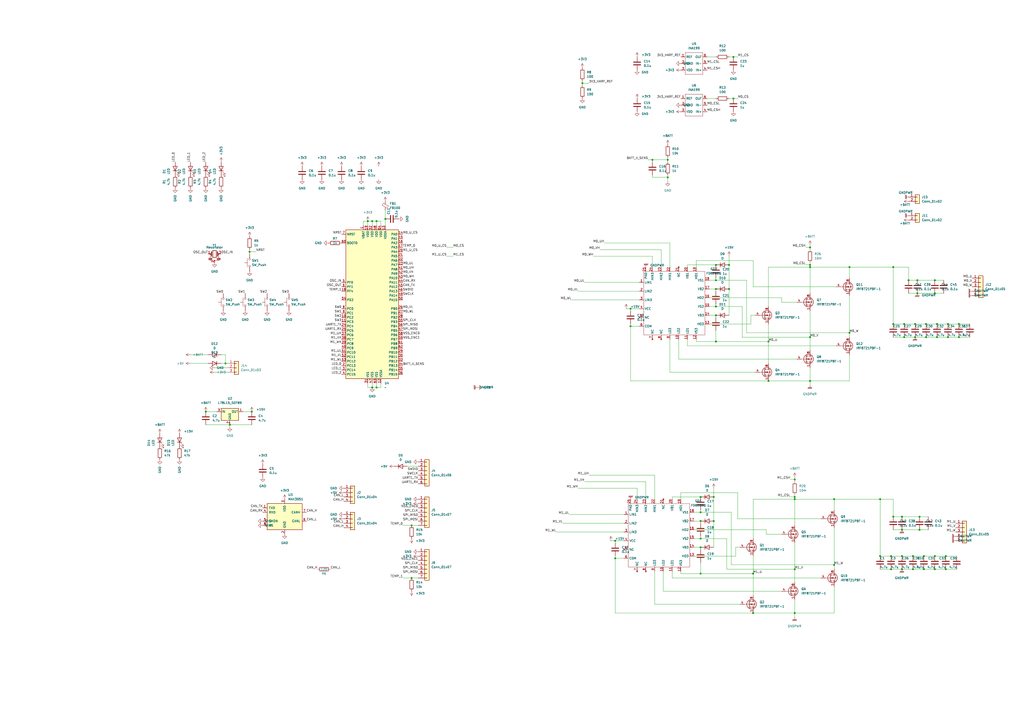
<source format=kicad_sch>
(kicad_sch (version 20211123) (generator eeschema)
  (paper "A2")
  (junction (at 510.54 322.58))
  (junction (at 365.76 179.07))
  (junction (at 542.29 322.58))
  (junction (at 238.76 335.28))
  (junction (at 523.24 299.72))
  (junction (at 337.82 48.26))
  (junction (at 387.35 102.87))
  (junction (at 119.38 238.76))
  (junction (at 215.9 224.79))
  (junction (at 532.13 170.18))
  (junction (at 516.89 330.2))
  (junction (at 542.29 330.2))
  (junction (at 387.35 92.71))
  (junction (at 542.29 162.56))
  (junction (at 238.76 304.8))
  (junction (at 518.16 299.72))
  (junction (at 415.29 167.64))
  (junction (at 406.4 312.42))
  (junction (at 537.21 187.96))
  (junction (at 530.86 187.96))
  (junction (at 518.16 154.94))
  (junction (at 436.88 332.74))
  (junction (at 461.01 289.56))
  (junction (at 130.81 210.82))
  (junction (at 218.44 224.79))
  (junction (at 469.9 220.98))
  (junction (at 223.52 127))
  (junction (at 415.29 177.8))
  (junction (at 414.02 288.29))
  (junction (at 445.77 198.12))
  (junction (at 415.29 162.56))
  (junction (at 516.89 322.58))
  (junction (at 527.05 162.56))
  (junction (at 543.56 195.58))
  (junction (at 524.51 187.96))
  (junction (at 461.01 278.13))
  (junction (at 548.64 322.58))
  (junction (at 549.91 187.96))
  (junction (at 529.59 330.2))
  (junction (at 535.94 330.2))
  (junction (at 436.88 355.6))
  (junction (at 406.4 288.29))
  (junction (at 469.9 154.94))
  (junction (at 543.56 187.96))
  (junction (at 532.13 162.56))
  (junction (at 492.76 193.04))
  (junction (at 215.9 128.27))
  (junction (at 549.91 195.58))
  (junction (at 523.24 307.34))
  (junction (at 533.4 307.34))
  (junction (at 422.91 153.67))
  (junction (at 548.64 330.2))
  (junction (at 529.59 322.58))
  (junction (at 356.87 323.85))
  (junction (at 146.05 238.76))
  (junction (at 537.21 195.58))
  (junction (at 469.9 195.58))
  (junction (at 133.35 246.38))
  (junction (at 406.4 317.5))
  (junction (at 533.4 299.72))
  (junction (at 461.01 355.6))
  (junction (at 378.46 92.71))
  (junction (at 445.77 220.98))
  (junction (at 530.86 195.58))
  (junction (at 213.36 128.27))
  (junction (at 469.9 143.51))
  (junction (at 461.01 288.29))
  (junction (at 218.44 128.27))
  (junction (at 535.94 322.58))
  (junction (at 492.76 154.94))
  (junction (at 422.91 167.64))
  (junction (at 556.26 187.96))
  (junction (at 542.29 170.18))
  (junction (at 406.4 302.26))
  (junction (at 510.54 289.56))
  (junction (at 523.24 330.2))
  (junction (at 406.4 297.18))
  (junction (at 415.29 198.12))
  (junction (at 406.4 332.74))
  (junction (at 469.9 153.67))
  (junction (at 356.87 313.69))
  (junction (at 425.45 33.02))
  (junction (at 414.02 302.26))
  (junction (at 425.45 57.15))
  (junction (at 144.78 146.05))
  (junction (at 415.29 153.67))
  (junction (at 523.24 322.58))
  (junction (at 415.29 182.88))
  (junction (at 556.26 195.58))
  (junction (at 461.01 330.2))
  (junction (at 365.76 189.23))
  (junction (at 483.87 289.56))
  (junction (at 483.87 327.66))
  (junction (at 518.16 187.96))
  (junction (at 524.51 195.58))
  (wire (pts (xy 548.64 322.58) (xy 554.99 322.58)))
  (wire (pts (xy 402.59 307.34) (xy 444.5 307.34)))
  (wire (pts (xy 518.16 187.96) (xy 524.51 187.96)))
  (wire (pts (xy 532.13 170.18) (xy 542.29 170.18)))
  (wire (pts (xy 469.9 142.24) (xy 469.9 143.51)))
  (wire (pts (xy 218.44 128.27) (xy 220.98 128.27)))
  (wire (pts (xy 492.76 220.98) (xy 492.76 205.74)))
  (wire (pts (xy 461.01 330.2) (xy 461.01 337.82)))
  (wire (pts (xy 393.7 208.28) (xy 462.28 208.28)))
  (wire (pts (xy 476.25 300.99) (xy 427.99 300.99)))
  (wire (pts (xy 133.35 246.38) (xy 133.35 247.65)))
  (wire (pts (xy 469.9 154.94) (xy 492.76 154.94)))
  (wire (pts (xy 410.21 33.02) (xy 415.29 33.02)))
  (wire (pts (xy 110.49 210.82) (xy 120.65 210.82)))
  (wire (pts (xy 421.64 312.42) (xy 421.64 330.2)))
  (wire (pts (xy 469.9 220.98) (xy 492.76 220.98)))
  (wire (pts (xy 379.73 331.47) (xy 379.73 350.52)))
  (wire (pts (xy 549.91 195.58) (xy 556.26 195.58)))
  (wire (pts (xy 411.48 187.96) (xy 435.61 187.96)))
  (wire (pts (xy 379.73 289.56) (xy 379.73 275.59)))
  (wire (pts (xy 469.9 143.51) (xy 469.9 144.78)))
  (wire (pts (xy 406.4 288.29) (xy 389.89 288.29)))
  (wire (pts (xy 411.48 162.56) (xy 415.29 162.56)))
  (wire (pts (xy 461.01 276.86) (xy 461.01 278.13)))
  (wire (pts (xy 110.49 205.74) (xy 120.65 205.74)))
  (wire (pts (xy 210.82 130.81) (xy 210.82 128.27)))
  (wire (pts (xy 436.88 151.13) (xy 403.86 151.13)))
  (wire (pts (xy 406.4 295.91) (xy 406.4 297.18)))
  (wire (pts (xy 223.52 127) (xy 223.52 130.81)))
  (wire (pts (xy 406.4 332.74) (xy 436.88 332.74)))
  (wire (pts (xy 510.54 330.2) (xy 516.89 330.2)))
  (wire (pts (xy 128.27 205.74) (xy 130.81 205.74)))
  (wire (pts (xy 144.78 146.05) (xy 148.59 146.05)))
  (wire (pts (xy 527.05 170.18) (xy 532.13 170.18)))
  (wire (pts (xy 445.77 220.98) (xy 469.9 220.98)))
  (wire (pts (xy 510.54 322.58) (xy 510.54 289.56)))
  (wire (pts (xy 370.84 168.91) (xy 335.28 168.91)))
  (wire (pts (xy 425.45 57.15) (xy 427.99 57.15)))
  (wire (pts (xy 133.35 246.38) (xy 146.05 246.38)))
  (wire (pts (xy 370.84 179.07) (xy 365.76 179.07)))
  (wire (pts (xy 427.99 300.99) (xy 427.99 285.75)))
  (wire (pts (xy 433.07 193.04) (xy 492.76 193.04)))
  (wire (pts (xy 414.02 302.26) (xy 414.02 317.5)))
  (wire (pts (xy 415.29 153.67) (xy 398.78 153.67)))
  (wire (pts (xy 461.01 287.02) (xy 461.01 288.29)))
  (wire (pts (xy 344.17 148.59) (xy 378.46 148.59)))
  (wire (pts (xy 406.4 302.26) (xy 406.4 303.53)))
  (wire (pts (xy 415.29 162.56) (xy 433.07 162.56)))
  (wire (pts (xy 140.97 238.76) (xy 146.05 238.76)))
  (wire (pts (xy 430.53 195.58) (xy 469.9 195.58)))
  (wire (pts (xy 406.4 297.18) (xy 424.18 297.18)))
  (wire (pts (xy 527.05 162.56) (xy 532.13 162.56)))
  (wire (pts (xy 387.35 91.44) (xy 387.35 92.71)))
  (wire (pts (xy 516.89 322.58) (xy 510.54 322.58)))
  (wire (pts (xy 398.78 153.67) (xy 398.78 154.94)))
  (wire (pts (xy 406.4 311.15) (xy 406.4 312.42)))
  (wire (pts (xy 119.38 238.76) (xy 125.73 238.76)))
  (wire (pts (xy 354.33 313.69) (xy 356.87 313.69)))
  (wire (pts (xy 436.88 166.37) (xy 436.88 151.13)))
  (wire (pts (xy 378.46 101.6) (xy 378.46 102.87)))
  (wire (pts (xy 469.9 153.67) (xy 469.9 154.94)))
  (wire (pts (xy 445.77 154.94) (xy 469.9 154.94)))
  (wire (pts (xy 128.27 210.82) (xy 130.81 210.82)))
  (wire (pts (xy 215.9 128.27) (xy 215.9 130.81)))
  (wire (pts (xy 518.16 195.58) (xy 524.51 195.58)))
  (wire (pts (xy 361.95 313.69) (xy 356.87 313.69)))
  (wire (pts (xy 453.39 172.72) (xy 453.39 175.26)))
  (wire (pts (xy 356.87 322.58) (xy 356.87 323.85)))
  (wire (pts (xy 406.4 326.39) (xy 406.4 332.74)))
  (wire (pts (xy 436.88 322.58) (xy 436.88 332.74)))
  (wire (pts (xy 124.46 213.36) (xy 132.08 213.36)))
  (wire (pts (xy 518.16 307.34) (xy 523.24 307.34)))
  (wire (pts (xy 356.87 313.69) (xy 356.87 314.96)))
  (wire (pts (xy 259.08 148.59) (xy 262.89 148.59)))
  (wire (pts (xy 215.9 128.27) (xy 218.44 128.27)))
  (wire (pts (xy 410.21 57.15) (xy 415.29 57.15)))
  (wire (pts (xy 411.48 177.8) (xy 415.29 177.8)))
  (wire (pts (xy 422.91 148.59) (xy 422.91 153.67)))
  (wire (pts (xy 467.36 153.67) (xy 469.9 153.67)))
  (wire (pts (xy 533.4 299.72) (xy 538.48 299.72)))
  (wire (pts (xy 445.77 187.96) (xy 445.77 198.12)))
  (wire (pts (xy 523.24 322.58) (xy 516.89 322.58)))
  (wire (pts (xy 361.95 303.53) (xy 326.39 303.53)))
  (wire (pts (xy 403.86 196.85) (xy 403.86 198.12)))
  (wire (pts (xy 403.86 151.13) (xy 403.86 154.94)))
  (wire (pts (xy 414.02 288.29) (xy 414.02 302.26)))
  (wire (pts (xy 445.77 198.12) (xy 445.77 210.82)))
  (wire (pts (xy 356.87 355.6) (xy 356.87 323.85)))
  (wire (pts (xy 542.29 162.56) (xy 547.37 162.56)))
  (wire (pts (xy 259.08 143.51) (xy 262.89 143.51)))
  (wire (pts (xy 518.16 299.72) (xy 523.24 299.72)))
  (wire (pts (xy 518.16 154.94) (xy 527.05 154.94)))
  (wire (pts (xy 415.29 191.77) (xy 415.29 198.12)))
  (wire (pts (xy 425.45 33.02) (xy 427.99 33.02)))
  (wire (pts (xy 406.4 312.42) (xy 421.64 312.42)))
  (wire (pts (xy 402.59 302.26) (xy 406.4 302.26)))
  (wire (pts (xy 337.82 48.26) (xy 337.82 49.53)))
  (wire (pts (xy 530.86 195.58) (xy 537.21 195.58)))
  (wire (pts (xy 335.28 283.21) (xy 369.57 283.21)))
  (wire (pts (xy 213.36 128.27) (xy 215.9 128.27)))
  (wire (pts (xy 406.4 317.5) (xy 406.4 318.77)))
  (wire (pts (xy 233.68 335.28) (xy 238.76 335.28)))
  (wire (pts (xy 533.4 307.34) (xy 538.48 307.34)))
  (wire (pts (xy 444.5 309.88) (xy 453.39 309.88)))
  (wire (pts (xy 518.16 154.94) (xy 518.16 187.96)))
  (wire (pts (xy 424.18 327.66) (xy 483.87 327.66)))
  (wire (pts (xy 215.9 222.25) (xy 215.9 224.79)))
  (wire (pts (xy 218.44 224.79) (xy 220.98 224.79)))
  (wire (pts (xy 461.01 355.6) (xy 461.01 358.14)))
  (wire (pts (xy 415.29 182.88) (xy 415.29 184.15)))
  (wire (pts (xy 424.18 297.18) (xy 424.18 327.66)))
  (wire (pts (xy 374.65 289.56) (xy 374.65 279.4)))
  (wire (pts (xy 492.76 154.94) (xy 518.16 154.94)))
  (wire (pts (xy 542.29 170.18) (xy 547.37 170.18)))
  (wire (pts (xy 469.9 154.94) (xy 469.9 170.18)))
  (wire (pts (xy 422.91 57.15) (xy 425.45 57.15)))
  (wire (pts (xy 518.16 289.56) (xy 510.54 289.56)))
  (wire (pts (xy 444.5 307.34) (xy 444.5 309.88)))
  (wire (pts (xy 378.46 92.71) (xy 387.35 92.71)))
  (wire (pts (xy 415.29 198.12) (xy 445.77 198.12)))
  (wire (pts (xy 543.56 195.58) (xy 549.91 195.58)))
  (wire (pts (xy 426.72 317.5) (xy 429.26 317.5)))
  (wire (pts (xy 411.48 167.64) (xy 415.29 167.64)))
  (wire (pts (xy 532.13 162.56) (xy 542.29 162.56)))
  (wire (pts (xy 213.36 222.25) (xy 213.36 224.79)))
  (wire (pts (xy 130.81 210.82) (xy 132.08 210.82)))
  (wire (pts (xy 238.76 335.28) (xy 242.57 335.28)))
  (wire (pts (xy 435.61 187.96) (xy 435.61 182.88)))
  (wire (pts (xy 124.46 215.9) (xy 132.08 215.9)))
  (wire (pts (xy 347.98 144.78) (xy 383.54 144.78)))
  (wire (pts (xy 369.57 289.56) (xy 369.57 283.21)))
  (wire (pts (xy 388.62 154.94) (xy 388.62 140.97)))
  (wire (pts (xy 388.62 215.9) (xy 438.15 215.9)))
  (wire (pts (xy 394.97 331.47) (xy 394.97 332.74)))
  (wire (pts (xy 415.29 167.64) (xy 415.29 168.91)))
  (wire (pts (xy 535.94 330.2) (xy 542.29 330.2)))
  (wire (pts (xy 414.02 283.21) (xy 414.02 288.29)))
  (wire (pts (xy 337.82 48.26) (xy 341.63 48.26)))
  (wire (pts (xy 537.21 195.58) (xy 543.56 195.58)))
  (wire (pts (xy 411.48 182.88) (xy 415.29 182.88)))
  (wire (pts (xy 421.64 330.2) (xy 461.01 330.2)))
  (wire (pts (xy 403.86 198.12) (xy 415.29 198.12)))
  (wire (pts (xy 530.86 187.96) (xy 537.21 187.96)))
  (wire (pts (xy 436.88 312.42) (xy 436.88 289.56)))
  (wire (pts (xy 529.59 322.58) (xy 535.94 322.58)))
  (wire (pts (xy 461.01 355.6) (xy 483.87 355.6)))
  (wire (pts (xy 337.82 46.99) (xy 337.82 48.26)))
  (wire (pts (xy 445.77 220.98) (xy 365.76 220.98)))
  (wire (pts (xy 375.92 92.71) (xy 378.46 92.71)))
  (wire (pts (xy 361.95 298.45) (xy 330.2 298.45)))
  (wire (pts (xy 422.91 167.64) (xy 422.91 182.88)))
  (wire (pts (xy 426.72 322.58) (xy 426.72 317.5)))
  (wire (pts (xy 469.9 213.36) (xy 469.9 220.98)))
  (wire (pts (xy 548.64 330.2) (xy 554.99 330.2)))
  (wire (pts (xy 461.01 278.13) (xy 461.01 279.4)))
  (wire (pts (xy 469.9 195.58) (xy 469.9 203.2)))
  (wire (pts (xy 223.52 121.92) (xy 223.52 127)))
  (wire (pts (xy 529.59 330.2) (xy 535.94 330.2)))
  (wire (pts (xy 388.62 196.85) (xy 388.62 215.9)))
  (wire (pts (xy 523.24 299.72) (xy 533.4 299.72)))
  (wire (pts (xy 384.81 331.47) (xy 384.81 342.9)))
  (wire (pts (xy 220.98 224.79) (xy 220.98 222.25)))
  (wire (pts (xy 483.87 306.07) (xy 483.87 327.66)))
  (wire (pts (xy 365.76 187.96) (xy 365.76 189.23)))
  (wire (pts (xy 427.99 285.75) (xy 394.97 285.75)))
  (wire (pts (xy 422.91 33.02) (xy 425.45 33.02)))
  (wire (pts (xy 461.01 347.98) (xy 461.01 355.6)))
  (wire (pts (xy 436.88 355.6) (xy 356.87 355.6)))
  (wire (pts (xy 461.01 314.96) (xy 461.01 330.2)))
  (wire (pts (xy 119.38 246.38) (xy 133.35 246.38)))
  (wire (pts (xy 529.59 322.58) (xy 523.24 322.58)))
  (wire (pts (xy 549.91 187.96) (xy 556.26 187.96)))
  (wire (pts (xy 483.87 289.56) (xy 483.87 295.91)))
  (wire (pts (xy 483.87 355.6) (xy 483.87 340.36)))
  (wire (pts (xy 389.89 288.29) (xy 389.89 289.56)))
  (wire (pts (xy 144.78 146.05) (xy 144.78 147.32)))
  (wire (pts (xy 402.59 297.18) (xy 406.4 297.18)))
  (wire (pts (xy 402.59 322.58) (xy 426.72 322.58)))
  (wire (pts (xy 469.9 152.4) (xy 469.9 153.67)))
  (wire (pts (xy 492.76 193.04) (xy 492.76 195.58)))
  (wire (pts (xy 389.89 331.47) (xy 389.89 335.28)))
  (wire (pts (xy 469.9 220.98) (xy 469.9 223.52)))
  (wire (pts (xy 527.05 154.94) (xy 527.05 162.56)))
  (wire (pts (xy 485.14 166.37) (xy 436.88 166.37)))
  (wire (pts (xy 213.36 224.79) (xy 215.9 224.79)))
  (wire (pts (xy 542.29 322.58) (xy 548.64 322.58)))
  (wire (pts (xy 363.22 179.07) (xy 365.76 179.07)))
  (wire (pts (xy 436.88 355.6) (xy 461.01 355.6)))
  (wire (pts (xy 542.29 330.2) (xy 548.64 330.2)))
  (wire (pts (xy 524.51 195.58) (xy 530.86 195.58)))
  (wire (pts (xy 210.82 128.27) (xy 213.36 128.27)))
  (wire (pts (xy 387.35 92.71) (xy 387.35 93.98)))
  (wire (pts (xy 365.76 189.23) (xy 370.84 189.23)))
  (wire (pts (xy 218.44 222.25) (xy 218.44 224.79)))
  (wire (pts (xy 365.76 220.98) (xy 365.76 189.23)))
  (wire (pts (xy 411.48 172.72) (xy 453.39 172.72)))
  (wire (pts (xy 543.56 187.96) (xy 549.91 187.96)))
  (wire (pts (xy 144.78 144.78) (xy 144.78 146.05)))
  (wire (pts (xy 387.35 102.87) (xy 387.35 101.6)))
  (wire (pts (xy 236.22 270.51) (xy 242.57 270.51)))
  (wire (pts (xy 341.63 275.59) (xy 379.73 275.59)))
  (wire (pts (xy 398.78 200.66) (xy 485.14 200.66)))
  (wire (pts (xy 523.24 307.34) (xy 533.4 307.34)))
  (wire (pts (xy 378.46 102.87) (xy 387.35 102.87)))
  (wire (pts (xy 469.9 180.34) (xy 469.9 195.58)))
  (wire (pts (xy 402.59 317.5) (xy 406.4 317.5)))
  (wire (pts (xy 379.73 350.52) (xy 429.26 350.52)))
  (wire (pts (xy 430.53 177.8) (xy 430.53 195.58)))
  (wire (pts (xy 461.01 289.56) (xy 461.01 304.8)))
  (wire (pts (xy 483.87 327.66) (xy 483.87 330.2)))
  (wire (pts (xy 433.07 162.56) (xy 433.07 193.04)))
  (wire (pts (xy 233.68 304.8) (xy 238.76 304.8)))
  (wire (pts (xy 422.91 153.67) (xy 422.91 167.64)))
  (wire (pts (xy 461.01 289.56) (xy 483.87 289.56)))
  (wire (pts (xy 387.35 102.87) (xy 387.35 105.41)))
  (wire (pts (xy 370.84 163.83) (xy 339.09 163.83)))
  (wire (pts (xy 370.84 173.99) (xy 331.47 173.99)))
  (wire (pts (xy 492.76 171.45) (xy 492.76 193.04)))
  (wire (pts (xy 213.36 128.27) (xy 213.36 130.81)))
  (wire (pts (xy 556.26 195.58) (xy 562.61 195.58)))
  (wire (pts (xy 524.51 187.96) (xy 530.86 187.96)))
  (wire (pts (xy 467.36 143.51) (xy 469.9 143.51)))
  (wire (pts (xy 378.46 93.98) (xy 378.46 92.71)))
  (wire (pts (xy 389.89 335.28) (xy 476.25 335.28)))
  (wire (pts (xy 365.76 179.07) (xy 365.76 180.34)))
  (wire (pts (xy 535.94 322.58) (xy 542.29 322.58)))
  (wire (pts (xy 435.61 182.88) (xy 438.15 182.88)))
  (wire (pts (xy 218.44 128.27) (xy 218.44 130.81)))
  (wire (pts (xy 415.29 177.8) (xy 430.53 177.8)))
  (wire (pts (xy 356.87 323.85) (xy 361.95 323.85)))
  (wire (pts (xy 394.97 285.75) (xy 394.97 289.56)))
  (wire (pts (xy 220.98 128.27) (xy 220.98 130.81)))
  (wire (pts (xy 350.52 140.97) (xy 388.62 140.97)))
  (wire (pts (xy 215.9 224.79) (xy 218.44 224.79)))
  (wire (pts (xy 461.01 288.29) (xy 461.01 289.56)))
  (wire (pts (xy 415.29 176.53) (xy 415.29 177.8)))
  (wire (pts (xy 537.21 187.96) (xy 543.56 187.96)))
  (wire (pts (xy 518.16 299.72) (xy 518.16 289.56)))
  (wire (pts (xy 339.09 279.4) (xy 374.65 279.4)))
  (wire (pts (xy 436.88 332.74) (xy 436.88 345.44)))
  (wire (pts (xy 453.39 175.26) (xy 462.28 175.26)))
  (wire (pts (xy 394.97 332.74) (xy 406.4 332.74)))
  (wire (pts (xy 361.95 308.61) (xy 322.58 308.61)))
  (wire (pts (xy 458.47 278.13) (xy 461.01 278.13)))
  (wire (pts (xy 516.89 330.2) (xy 523.24 330.2)))
  (wire (pts (xy 378.46 154.94) (xy 378.46 148.59)))
  (wire (pts (xy 445.77 177.8) (xy 445.77 154.94)))
  (wire (pts (xy 130.81 205.74) (xy 130.81 210.82)))
  (wire (pts (xy 402.59 312.42) (xy 406.4 312.42)))
  (wire (pts (xy 393.7 196.85) (xy 393.7 208.28)))
  (wire (pts (xy 436.88 289.56) (xy 461.01 289.56)))
  (wire (pts (xy 384.81 342.9) (xy 453.39 342.9)))
  (wire (pts (xy 415.29 161.29) (xy 415.29 162.56)))
  (wire (pts (xy 523.24 330.2) (xy 529.59 330.2)))
  (wire (pts (xy 238.76 304.8) (xy 242.57 304.8)))
  (wire (pts (xy 398.78 196.85) (xy 398.78 200.66)))
  (wire (pts (xy 458.47 288.29) (xy 461.01 288.29)))
  (wire (pts (xy 556.26 187.96) (xy 562.61 187.96)))
  (wire (pts (xy 383.54 154.94) (xy 383.54 144.78)))
  (wire (pts (xy 492.76 154.94) (xy 492.76 161.29)))
  (wire (pts (xy 483.87 289.56) (xy 510.54 289.56)))
  (label "M1_UH" (at 341.63 275.59 180))
  (label "3V3_HARF_REF" (at 394.97 33.02 180))
  (label "M1_W" (at 483.87 327.66 0))
  (label "SWCLK" (at 242.57 275.59 180))
  (label "NSS_ENC0" (at 233.68 194.31 0))
  (label "SW2" (at 198.12 184.15 180))
  (label "SWDIO" (at 233.68 168.91 0))
  (label "M0_VL" (at 335.28 168.91 180))
  (label "LED_2" (at 119.38 93.98 90))
  (label "M0_WL" (at 233.68 181.61 0))
  (label "CAN_TX" (at 233.68 166.37 0))
  (label "M1_U" (at 436.88 332.74 0))
  (label "SPI_MOSI" (at 242.57 332.74 180))
  (label "SWDIO" (at 242.57 273.05 180))
  (label "M0_CSH" (at 467.36 143.51 180))
  (label "NSS_ENC1" (at 233.68 196.85 0))
  (label "M1_V" (at 461.01 330.2 0))
  (label "3V3_HARF_REF" (at 394.97 57.15 180))
  (label "OSC_OUT" (at 198.12 166.37 180))
  (label "M0_WH" (at 233.68 161.29 0))
  (label "BATT_V_SENS" (at 375.92 92.71 180))
  (label "3V3_HARF_REF" (at 341.63 48.26 0))
  (label "M0_UL" (at 339.09 163.83 180))
  (label "M0_WL" (at 331.47 173.99 180))
  (label "SW1" (at 198.12 181.61 180))
  (label "M0_W" (at 563.88 166.37 180))
  (label "CAN_L" (at 177.8 302.26 0))
  (label "SW3" (at 167.64 170.18 180))
  (label "M0_UH" (at 350.52 140.97 180))
  (label "LED_2" (at 198.12 217.17 180))
  (label "CAN_L" (at 191.77 330.2 0))
  (label "SPI_MISO" (at 233.68 189.23 0))
  (label "SW1" (at 142.24 170.18 180))
  (label "NRST" (at 148.59 146.05 0))
  (label "OSC_IN" (at 128.27 147.32 0))
  (label "M0_UL" (at 233.68 153.67 0))
  (label "M1_WL" (at 198.12 209.55 180))
  (label "M0_V" (at 563.88 163.83 180))
  (label "M0_CSL" (at 410.21 60.96 0))
  (label "M0_CSL" (at 467.36 153.67 180))
  (label "M0_U_CS" (at 259.08 143.51 180))
  (label "M0_U" (at 445.77 198.12 0))
  (label "M0_U" (at 563.88 161.29 180))
  (label "M1_VH" (at 198.12 196.85 180))
  (label "OSC_IN" (at 198.12 163.83 180))
  (label "M1_CSH" (at 410.21 40.64 0))
  (label "M1_VL" (at 198.12 207.01 180))
  (label "CAN_H" (at 199.39 290.83 180))
  (label "M0_UH" (at 233.68 156.21 0))
  (label "M0_VH" (at 233.68 158.75 0))
  (label "M1_U" (at 554.355 303.53 180))
  (label "CAN_H" (at 177.8 297.18 0))
  (label "M1_V" (at 554.355 306.07 180))
  (label "CAN_RX" (at 233.68 163.83 0))
  (label "TEMP_1" (at 198.12 168.91 180))
  (label "M0_VL" (at 233.68 179.07 0))
  (label "SPI_CLK" (at 242.57 297.18 180))
  (label "M0_W" (at 492.76 193.04 0))
  (label "M1_UL" (at 198.12 204.47 180))
  (label "UART1_RX" (at 198.12 191.77 180))
  (label "NRST" (at 198.12 135.89 180))
  (label "M0_VH" (at 347.98 144.78 180))
  (label "UART1_TX" (at 242.57 278.13 180))
  (label "LED_0" (at 101.6 93.98 90))
  (label "M0_WH" (at 344.17 148.59 180))
  (label "M1_UL" (at 330.2 298.45 180))
  (label "M1_VH" (at 339.09 279.4 180))
  (label "M1_W" (at 554.355 308.61 180))
  (label "CAN_L" (at 199.39 288.29 180))
  (label "SWCLK" (at 233.68 171.45 0))
  (label "NSS_ENC1" (at 242.57 325.12 180))
  (label "M1_CSL" (at 410.21 36.83 0))
  (label "OSC_OUT" (at 120.65 147.32 180))
  (label "LED_1" (at 198.12 214.63 180))
  (label "M0_CS" (at 427.99 57.15 0))
  (label "CAN_RX" (at 152.4 297.18 180))
  (label "SPI_MOSI" (at 233.68 191.77 0))
  (label "M1_CSH" (at 458.47 278.13 180))
  (label "SPI_MOSI" (at 242.57 302.26 180))
  (label "SPI_CLK" (at 242.57 327.66 180))
  (label "M1_WL" (at 322.58 308.61 180))
  (label "M0_CSH" (at 410.21 64.77 0))
  (label "NSS_ENC0" (at 242.57 294.64 180))
  (label "M1_CSL" (at 458.47 288.29 180))
  (label "SPI_MISO" (at 242.57 330.2 180))
  (label "M1_U_CS" (at 259.08 148.59 180))
  (label "UART1_TX" (at 198.12 189.23 180))
  (label "TEMP_0" (at 233.68 143.51 0))
  (label "M1_CS" (at 427.99 33.02 0))
  (label "TEMP_1" (at 233.68 335.28 180))
  (label "M0_U_CS" (at 233.68 135.89 0))
  (label "M1_WH" (at 198.12 199.39 180))
  (label "CAN_H" (at 184.15 330.2 180))
  (label "SW0" (at 198.12 179.07 180))
  (label "SW2" (at 154.94 170.18 180))
  (label "M1_U_CS" (at 233.68 146.05 0))
  (label "M1_VL" (at 326.39 303.53 180))
  (label "LED_0" (at 198.12 212.09 180))
  (label "UART1_RX" (at 242.57 280.67 180))
  (label "SW3" (at 198.12 186.69 180))
  (label "SPI_CLK" (at 233.68 186.69 0))
  (label "CAN_TX" (at 152.4 294.64 180))
  (label "CAN_H" (at 199.39 306.07 180))
  (label "BATT_V_SENS" (at 233.68 212.09 0))
  (label "SW0" (at 129.54 170.18 180))
  (label "SPI_MISO" (at 242.57 299.72 180))
  (label "M1_WH" (at 335.28 283.21 180))
  (label "M1_UH" (at 198.12 194.31 180))
  (label "LED_1" (at 110.49 93.98 90))
  (label "TEMP_0" (at 233.68 304.8 180))
  (label "CAN_L" (at 199.39 303.53 180))
  (label "M1_CS" (at 262.89 148.59 0))
  (label "M0_CS" (at 262.89 143.51 0))
  (label "M0_V" (at 469.9 195.58 0))
  (symbol (lib_id "power:GNDPWR") (at 532.13 170.18 0) (unit 1)
    (property "Reference" "#PWR076" (effects hide))
    (property "Value" "GNDPWR" (at 534.67 171.2467 0) (effects (justify left)))
  )
  (symbol (lib_id "Transistor_FET:IRF8721PBF-1") (at 458.47 342.9 0) (unit 1)
    (property "Reference" "Q6" (at 464.82 341.6299 0) (effects (justify left)))
    (property "Value" "IRF8721PBF-1" (at 464.82 344.1699 0) (effects (justify left)))
    (property "Footprint" "Package_TO_SOT_SMD:LFPAK56" (effects hide))
    (property "Datasheet" "http://www.irf.com/product-info/datasheets/data/irf8721pbf-1.pdf" (effects hide))
  )
  (symbol (lib_id "Device:C") (at 198.12 100.33 180) (unit 1)
    (property "Reference" "C8" (at 201.93 99.0599 0) (effects (justify right)))
    (property "Value" "0.1u" (at 201.93 101.5999 0) (effects (justify right)))
    (property "Footprint" "Capacitor_SMD:C_0402_1005Metric" (effects hide))
  )
  (symbol (lib_id "Device:D") (at 419.1 167.64 0) (unit 1)
    (property "Reference" "D10" (at 419.1 161.29 0))
    (property "Value" "D" (at 419.1 163.83 0))
    (property "Footprint" "Diode_SMD:D_0603_1608Metric" (effects hide))
  )
  (symbol (lib_id "power:+5V") (at 199.39 300.99 90) (unit 1)
    (property "Reference" "#PWR031" (effects hide))
    (property "Value" "+5V" (at 195.58 300.9899 90) (effects (justify left)))
  )
  (symbol (lib_id "Device:C") (at 518.16 303.53 180) (unit 1)
    (property "Reference" "C40" (at 521.97 302.2599 0) (effects (justify right)))
    (property "Value" "0.1u" (at 521.97 304.7999 0) (effects (justify right)))
    (property "Footprint" "Capacitor_SMD:C_0603_1608Metric" (effects hide))
  )
  (symbol (lib_id "power:+3.3V") (at 219.71 96.52 0) (unit 1)
    (property "Reference" "#PWR036" (effects hide))
    (property "Value" "+3.3V" (at 219.71 91.44 0))
  )
  (symbol (lib_id "Device:D") (at 419.1 182.88 0) (unit 1)
    (property "Reference" "D11" (at 419.1 176.53 0))
    (property "Value" "D" (at 419.1 179.07 0))
    (property "Footprint" "Diode_SMD:D_0603_1608Metric" (effects hide))
  )
  (symbol (lib_id "Device:C") (at 415.29 172.72 180) (unit 1)
    (property "Reference" "C21" (at 419.1 171.4499 0) (effects (justify right)))
    (property "Value" "1u" (at 419.1 173.9899 0) (effects (justify right)))
    (property "Footprint" "Capacitor_SMD:C_0603_1608Metric" (effects hide))
  )
  (symbol (lib_id "power:+BATT") (at 92.71 251.46 0) (unit 1)
    (property "Reference" "#PWR077" (effects hide))
    (property "Value" "+BATT" (at 92.71 246.38 0))
  )
  (symbol (lib_id "Device:C") (at 516.89 326.39 0) (unit 1)
    (property "Reference" "C3" (at 516.89 323.85 0) (effects (justify left)))
    (property "Value" "4.7u" (at 516.89 328.93 0) (effects (justify left)))
    (property "Footprint" "Capacitor_SMD:C_1206_3216Metric" (effects hide))
  )
  (symbol (lib_id "Device:C") (at 425.45 60.96 180) (unit 1)
    (property "Reference" "C24" (at 429.26 59.6899 0) (effects (justify right)))
    (property "Value" "1u" (at 429.26 62.2299 0) (effects (justify right)))
    (property "Footprint" "Capacitor_SMD:C_0603_1608Metric" (effects hide))
  )
  (symbol (lib_id "power:+BATT") (at 110.49 205.74 90) (unit 1)
    (property "Reference" "#PWR09" (effects hide))
    (property "Value" "+BATT" (at 111.76 205.7399 90) (effects (justify right)))
  )
  (symbol (lib_id "Device:C") (at 175.26 100.33 180) (unit 1)
    (property "Reference" "C6" (at 179.07 99.0599 0) (effects (justify right)))
    (property "Value" "0.1u" (at 179.07 101.5999 0) (effects (justify right)))
    (property "Footprint" "Capacitor_SMD:C_0402_1005Metric" (effects hide))
  )
  (symbol (lib_id "Device:C") (at 556.26 191.77 0) (unit 1)
    (property "Reference" "C36" (at 556.26 189.23 0) (effects (justify left)))
    (property "Value" "4.7u" (at 556.26 194.31 0) (effects (justify left)))
    (property "Footprint" "Capacitor_SMD:C_1206_3216Metric" (effects hide))
  )
  (symbol (lib_id "power:GND") (at 142.24 180.34 0) (unit 1)
    (property "Reference" "#PWR080" (effects hide))
    (property "Value" "GND" (at 142.24 185.42 0))
  )
  (symbol (lib_id "Device:R") (at 238.76 339.09 0) (unit 1)
    (property "Reference" "R14" (at 241.3 337.8199 0) (effects (justify left)))
    (property "Value" "10k" (at 241.3 340.3599 0) (effects (justify left)))
    (property "Footprint" "Resistor_SMD:R_0603_1608Metric" (effects hide))
  )
  (symbol (lib_id "Device:R") (at 101.6 105.41 180) (unit 1)
    (property "Reference" "R1" (at 95.25 105.41 90))
    (property "Value" "4.7k" (at 97.79 105.41 90))
    (property "Footprint" "Resistor_SMD:R_0603_1608Metric" (effects hide))
  )
  (symbol (lib_id "Device:R") (at 419.1 33.02 270) (unit 1)
    (property "Reference" "R12" (at 419.1 26.67 90))
    (property "Value" "100" (at 419.1 29.21 90))
    (property "Footprint" "Resistor_SMD:R_0603_1608Metric" (effects hide))
  )
  (symbol (lib_id "Connector_Generic:Conn_01x05") (at 568.96 166.37 0) (unit 1)
    (property "Reference" "J12" (at 571.5 165.0999 0) (effects (justify left)))
    (property "Value" "Conn_01x05" (at 571.5 167.6399 0) (effects (justify left)))
    (property "Footprint" "user:2053380003" (effects hide))
  )
  (symbol (lib_id "power:GNDPWR") (at 276.86 224.79 270) (unit 1)
    (property "Reference" "#PWR0107" (effects hide))
    (property "Value" "GNDPWR" (at 278.13 224.6629 90) (effects (justify left)))
  )
  (symbol (lib_id "User:FD6288Q") (at 382.27 311.15 0) (unit 1)
    (property "Reference" "GD1" (at 405.13 290.6012 0))
    (property "Value" "FD6288Q" (at 405.13 293.1412 0))
    (property "Footprint" "user:QFN-24-1EP_4x4mm_P0.5mm_EP2.6x2.6mm_Thhole" (effects hide))
  )
  (symbol (lib_id "Device:R") (at 119.38 105.41 180) (unit 1)
    (property "Reference" "R3" (at 113.03 105.41 90))
    (property "Value" "4.7k" (at 115.57 105.41 90))
    (property "Footprint" "Resistor_SMD:R_0603_1608Metric" (effects hide))
  )
  (symbol (lib_id "Transistor_FET:IRF8721PBF-1") (at 467.36 175.26 0) (unit 1)
    (property "Reference" "Q7" (at 473.71 173.9899 0) (effects (justify left)))
    (property "Value" "IRF8721PBF-1" (at 473.71 176.5299 0) (effects (justify left)))
    (property "Footprint" "Package_TO_SOT_SMD:LFPAK56" (effects hide))
    (property "Datasheet" "http://www.irf.com/product-info/datasheets/data/irf8721pbf-1.pdf" (effects hide))
  )
  (symbol (lib_id "Device:C") (at 542.29 326.39 0) (mirror y) (unit 1)
    (property "Reference" "C31" (at 542.29 323.85 0) (effects (justify left)))
    (property "Value" "4.7u" (at 542.29 328.93 0) (effects (justify left)))
    (property "Footprint" "Capacitor_SMD:C_1206_3216Metric" (effects hide))
  )
  (symbol (lib_id "Device:C") (at 547.37 166.37 180) (unit 1)
    (property "Reference" "C45" (at 551.18 165.1 0) (effects (justify right)))
    (property "Value" "0.1u" (at 551.18 167.64 0) (effects (justify right)))
    (property "Footprint" "Capacitor_SMD:C_0603_1608Metric" (effects hide))
  )
  (symbol (lib_id "power:GND") (at 394.97 60.96 270) (unit 1)
    (property "Reference" "#PWR058" (effects hide))
    (property "Value" "GND" (at 396.24 60.9599 90) (effects (justify left)))
  )
  (symbol (lib_id "Device:C") (at 378.46 97.79 180) (unit 1)
    (property "Reference" "C16" (at 382.27 96.5199 0) (effects (justify right)))
    (property "Value" "0.1u" (at 382.27 99.0599 0) (effects (justify right)))
    (property "Footprint" "Capacitor_SMD:C_0402_1005Metric" (effects hide))
  )
  (symbol (lib_name "FD6288Q_1") (lib_id "User:FD6288Q") (at 391.16 176.53 0) (unit 1)
    (property "Reference" "GD2" (at 414.02 155.9812 0))
    (property "Value" "FD6288Q" (at 414.02 158.5212 0))
    (property "Footprint" "user:QFN-24-1EP_4x4mm_P0.5mm_EP2.6x2.6mm_Thhole" (effects hide))
  )
  (symbol (lib_id "Device:C") (at 365.76 184.15 180) (unit 1)
    (property "Reference" "C13" (at 369.57 182.8799 0) (effects (justify right)))
    (property "Value" "0.1u" (at 369.57 185.4199 0) (effects (justify right)))
    (property "Footprint" "Capacitor_SMD:C_0603_1608Metric" (effects hide))
  )
  (symbol (lib_id "Device:C") (at 425.45 36.83 180) (unit 1)
    (property "Reference" "C23" (at 429.26 35.5599 0) (effects (justify right)))
    (property "Value" "1u" (at 429.26 38.0999 0) (effects (justify right)))
    (property "Footprint" "Capacitor_SMD:C_0603_1608Metric" (effects hide))
  )
  (symbol (lib_id "Device:C") (at 406.4 322.58 180) (unit 1)
    (property "Reference" "C19" (at 410.21 321.3099 0) (effects (justify right)))
    (property "Value" "1u" (at 410.21 323.8499 0) (effects (justify right)))
    (property "Footprint" "Capacitor_SMD:C_0603_1608Metric" (effects hide))
  )
  (symbol (lib_id "power:+BATT") (at 527.05 127.635 90) (unit 1)
    (property "Reference" "#PWR073" (effects hide))
    (property "Value" "+BATT" (at 521.97 129.54 90) (effects (justify right)))
  )
  (symbol (lib_id "power:GND") (at 175.26 104.14 0) (unit 1)
    (property "Reference" "#PWR022" (effects hide))
    (property "Value" "GND" (at 175.26 109.22 0))
  )
  (symbol (lib_id "power:GND") (at 242.57 267.97 270) (unit 1)
    (property "Reference" "#PWR041" (effects hide))
    (property "Value" "GND" (at 238.76 267.9699 90) (effects (justify right)))
  )
  (symbol (lib_id "power:GND") (at 231.14 127 90) (unit 1)
    (property "Reference" "#PWR040" (effects hide))
    (property "Value" "GND" (at 236.22 127 0))
  )
  (symbol (lib_id "Transistor_FET:IRF8721PBF-1") (at 443.23 182.88 0) (unit 1)
    (property "Reference" "Q3" (at 449.58 181.6099 0) (effects (justify left)))
    (property "Value" "IRF8721PBF-1" (at 449.58 184.1499 0) (effects (justify left)))
    (property "Footprint" "Package_TO_SOT_SMD:LFPAK56" (effects hide))
    (property "Datasheet" "http://www.irf.com/product-info/datasheets/data/irf8721pbf-1.pdf" (effects hide))
  )
  (symbol (lib_id "power:GND") (at 276.86 224.79 90) (unit 1)
    (property "Reference" "#PWR0108" (effects hide))
    (property "Value" "GND" (at 280.67 224.7899 90) (effects (justify right)))
  )
  (symbol (lib_id "Device:C") (at 527.05 166.37 180) (unit 1)
    (property "Reference" "C41" (at 530.86 165.0999 0) (effects (justify right)))
    (property "Value" "0.1u" (at 530.86 167.6399 0) (effects (justify right)))
    (property "Footprint" "Capacitor_SMD:C_0603_1608Metric" (effects hide))
  )
  (symbol (lib_id "Device:R") (at 337.82 53.34 0) (unit 1)
    (property "Reference" "R9" (at 340.36 52.0699 0) (effects (justify left)))
    (property "Value" "100" (at 340.36 54.6099 0) (effects (justify left)))
    (property "Footprint" "Resistor_SMD:R_0603_1608Metric" (effects hide))
  )
  (symbol (lib_id "Device:R") (at 419.1 57.15 270) (unit 1)
    (property "Reference" "R13" (at 419.1 50.8 90))
    (property "Value" "100" (at 419.1 53.34 90))
    (property "Footprint" "Resistor_SMD:R_0603_1608Metric" (effects hide))
  )
  (symbol (lib_id "power:+3.3V") (at 124.46 215.9 90) (unit 1)
    (property "Reference" "#PWR074" (effects hide))
    (property "Value" "+3.3V" (at 125.73 215.8999 90) (effects (justify right)))
  )
  (symbol (lib_id "Device:C") (at 532.13 166.37 180) (unit 1)
    (property "Reference" "C39" (at 535.94 165.0999 0) (effects (justify right)))
    (property "Value" "0.1u" (at 535.94 167.6399 0) (effects (justify right)))
    (property "Footprint" "Capacitor_SMD:C_0603_1608Metric" (effects hide))
  )
  (symbol (lib_id "power:+3.3V") (at 394.97 40.64 90) (unit 1)
    (property "Reference" "#PWR057" (effects hide))
    (property "Value" "+3.3V" (at 391.16 40.6399 90) (effects (justify left)))
  )
  (symbol (lib_id "power:GNDPWR") (at 523.24 330.2 0) (unit 1)
    (property "Reference" "#PWR066" (effects hide))
    (property "Value" "GNDPWR" (at 523.113 335.28 0))
  )
  (symbol (lib_id "Device:C") (at 146.05 242.57 180) (unit 1)
    (property "Reference" "C4" (at 149.86 241.2999 0) (effects (justify right)))
    (property "Value" "4.7u" (at 149.86 243.8399 0) (effects (justify right)))
    (property "Footprint" "Capacitor_SMD:C_1206_3216Metric" (effects hide))
  )
  (symbol (lib_id "power:+3.3V") (at 144.78 137.16 0) (unit 1)
    (property "Reference" "#PWR011" (effects hide))
    (property "Value" "+3.3V" (at 144.78 132.08 0))
  )
  (symbol (lib_id "power:+3.3V") (at 223.52 116.84 0) (unit 1)
    (property "Reference" "#PWR038" (effects hide))
    (property "Value" "+3.3V" (at 223.52 111.76 0))
  )
  (symbol (lib_id "Device:D") (at 124.46 205.74 180) (unit 1)
    (property "Reference" "D12" (at 124.46 199.39 0))
    (property "Value" "D" (at 124.46 201.93 0))
    (property "Footprint" "Diode_SMD:D_0603_1608Metric" (effects hide))
  )
  (symbol (lib_id "Device:R") (at 387.35 97.79 0) (unit 1)
    (property "Reference" "R11" (at 389.89 96.5199 0) (effects (justify left)))
    (property "Value" "1k" (at 389.89 99.0599 0) (effects (justify left)))
    (property "Footprint" "Resistor_SMD:R_0603_1608Metric" (effects hide))
  )
  (symbol (lib_id "Device:C") (at 535.94 326.39 0) (mirror y) (unit 1)
    (property "Reference" "C10" (at 535.94 323.85 0) (effects (justify left)))
    (property "Value" "4.7u" (at 535.94 328.93 0) (effects (justify left)))
    (property "Footprint" "Capacitor_SMD:C_1206_3216Metric" (effects hide))
  )
  (symbol (lib_id "Device:R") (at 238.76 308.61 0) (unit 1)
    (property "Reference" "R15" (at 241.3 307.3399 0) (effects (justify left)))
    (property "Value" "10k" (at 241.3 309.8799 0) (effects (justify left)))
    (property "Footprint" "Resistor_SMD:R_0603_1608Metric" (effects hide))
  )
  (symbol (lib_id "power:+15V") (at 363.22 179.07 0) (unit 1)
    (property "Reference" "#PWR049" (effects hide))
    (property "Value" "+15V" (at 365.76 177.7999 0) (effects (justify left)))
  )
  (symbol (lib_id "Connector_Generic:Conn_01x02") (at 532.13 114.3 0) (unit 1)
    (property "Reference" "J15" (at 534.67 114.2999 0) (effects (justify left)))
    (property "Value" "Conn_01x02" (at 534.67 116.8399 0) (effects (justify left)))
    (property "Footprint" "Connector_AMASS:AMASS_XT30PW-F_1x02_P2.50mm_Horizontal" (effects hide))
  )
  (symbol (lib_id "power:+3.3V") (at 213.36 128.27 0) (unit 1)
    (property "Reference" "#PWR034" (effects hide))
    (property "Value" "+3.3V" (at 213.36 123.19 0))
  )
  (symbol (lib_id "Transistor_FET:IRF8721PBF-1") (at 434.34 317.5 0) (unit 1)
    (property "Reference" "Q1" (at 440.69 316.2299 0) (effects (justify left)))
    (property "Value" "IRF8721PBF-1" (at 440.69 318.7699 0) (effects (justify left)))
    (property "Footprint" "Package_TO_SOT_SMD:LFPAK56" (effects hide))
    (property "Datasheet" "http://www.irf.com/product-info/datasheets/data/irf8721pbf-1.pdf" (effects hide))
  )
  (symbol (lib_id "Device:C") (at 369.57 36.83 180) (unit 1)
    (property "Reference" "C14" (at 373.38 35.5599 0) (effects (justify right)))
    (property "Value" "0.1u" (at 373.38 38.0999 0) (effects (justify right)))
    (property "Footprint" "Capacitor_SMD:C_0402_1005Metric" (effects hide))
  )
  (symbol (lib_id "power:+3.3V") (at 152.4 269.24 0) (unit 1)
    (property "Reference" "#PWR015" (effects hide))
    (property "Value" "+3.3V" (at 152.4 264.16 0))
  )
  (symbol (lib_id "Device:C") (at 529.59 326.39 0) (unit 1)
    (property "Reference" "C28" (at 529.59 323.85 0) (effects (justify left)))
    (property "Value" "4.7u" (at 529.59 328.93 0) (effects (justify left)))
    (property "Footprint" "Capacitor_SMD:C_1206_3216Metric" (effects hide))
  )
  (symbol (lib_id "Device:C") (at 524.51 191.77 0) (unit 1)
    (property "Reference" "C27" (at 524.51 189.23 0) (effects (justify left)))
    (property "Value" "4.7u" (at 524.51 194.31 0) (effects (justify left)))
    (property "Footprint" "Capacitor_SMD:C_1206_3216Metric" (effects hide))
  )
  (symbol (lib_id "power:GNDPWR") (at 461.01 358.14 0) (unit 1)
    (property "Reference" "#PWR069" (effects hide))
    (property "Value" "GNDPWR" (at 460.883 363.22 0))
  )
  (symbol (lib_id "Transistor_FET:IRF8721PBF-1") (at 434.34 350.52 0) (unit 1)
    (property "Reference" "Q2" (at 440.69 349.2499 0) (effects (justify left)))
    (property "Value" "IRF8721PBF-1" (at 440.69 351.7899 0) (effects (justify left)))
    (property "Footprint" "Package_TO_SOT_SMD:LFPAK56" (effects hide))
    (property "Datasheet" "http://www.irf.com/product-info/datasheets/data/irf8721pbf-1.pdf" (effects hide))
  )
  (symbol (lib_id "Device:R") (at 469.9 148.59 0) (unit 1)
    (property "Reference" "R26" (at 472.44 147.3199 0) (effects (justify left)))
    (property "Value" "10m" (at 472.44 149.8599 0) (effects (justify left)))
    (property "Footprint" "Resistor_SMD:R_0815_2038Metric" (effects hide))
  )
  (symbol (lib_id "Device:D") (at 410.21 317.5 0) (unit 1)
    (property "Reference" "D8" (at 410.21 311.15 0))
    (property "Value" "D" (at 410.21 313.69 0))
    (property "Footprint" "Diode_SMD:D_0603_1608Metric" (effects hide))
  )
  (symbol (lib_id "Device:C") (at 227.33 127 270) (unit 1)
    (property "Reference" "C11" (at 225.425 124.46 0) (effects (justify right)))
    (property "Value" "0.1u" (at 229.87 126.365 0) (effects (justify right)))
    (property "Footprint" "Capacitor_SMD:C_0402_1005Metric" (effects hide))
  )
  (symbol (lib_id "power:GND") (at 369.57 64.77 0) (unit 1)
    (property "Reference" "#PWR053" (effects hide))
    (property "Value" "GND" (at 372.11 66.0399 0) (effects (justify left)))
  )
  (symbol (lib_id "power:+3.3V") (at 369.57 33.02 0) (unit 1)
    (property "Reference" "#PWR050" (effects hide))
    (property "Value" "+3.3V" (at 372.11 31.7499 0) (effects (justify left)))
  )
  (symbol (lib_id "power:+3.3V") (at 198.12 96.52 0) (unit 1)
    (property "Reference" "#PWR026" (effects hide))
    (property "Value" "+3.3V" (at 198.12 91.44 0))
  )
  (symbol (lib_id "power:GND") (at 101.6 109.22 0) (unit 1)
    (property "Reference" "#PWR01" (effects hide))
    (property "Value" "GND" (at 101.5999 113.03 90) (effects (justify right)))
  )
  (symbol (lib_id "power:GND") (at 129.54 180.34 0) (unit 1)
    (property "Reference" "#PWR079" (effects hide))
    (property "Value" "GND" (at 129.54 185.42 0))
  )
  (symbol (lib_id "Device:R") (at 110.49 105.41 180) (unit 1)
    (property "Reference" "R2" (at 104.14 105.41 90))
    (property "Value" "4.7k" (at 106.68 105.41 90))
    (property "Footprint" "Resistor_SMD:R_0603_1608Metric" (effects hide))
  )
  (symbol (lib_id "Switch:SW_Push") (at 154.94 175.26 90) (unit 1)
    (property "Reference" "SW4" (at 156.21 173.9899 90) (effects (justify right)))
    (property "Value" "SW_Push" (at 156.21 176.5299 90) (effects (justify right)))
    (property "Footprint" "Button_Switch_SMD:SW_Push_1P1T_NO_CK_KMR2" (effects hide))
  )
  (symbol (lib_id "power:GNDPWR") (at 527.05 114.3 270) (unit 1)
    (property "Reference" "#PWR083" (effects hide))
    (property "Value" "GNDPWR" (at 521.335 111.76 90) (effects (justify left)))
  )
  (symbol (lib_id "Switch:SW_Push") (at 129.54 175.26 90) (unit 1)
    (property "Reference" "SW2" (at 130.81 173.9899 90) (effects (justify right)))
    (property "Value" "SW_Push" (at 130.81 176.5299 90) (effects (justify right)))
    (property "Footprint" "Button_Switch_SMD:SW_Push_1P1T_NO_CK_KMR2" (effects hide))
  )
  (symbol (lib_id "power:+3.3V") (at 369.57 57.15 0) (unit 1)
    (property "Reference" "#PWR052" (effects hide))
    (property "Value" "+3.3V" (at 372.11 55.8799 0) (effects (justify left)))
  )
  (symbol (lib_id "Transistor_FET:IRF8721PBF-1") (at 490.22 200.66 0) (unit 1)
    (property "Reference" "Q12" (at 496.57 199.3899 0) (effects (justify left)))
    (property "Value" "IRF8721PBF-1" (at 496.57 201.9299 0) (effects (justify left)))
    (property "Footprint" "Package_TO_SOT_SMD:LFPAK56" (effects hide))
    (property "Datasheet" "http://www.irf.com/product-info/datasheets/data/irf8721pbf-1.pdf" (effects hide))
  )
  (symbol (lib_id "power:+3.3V") (at 242.57 292.1 90) (unit 1)
    (property "Reference" "#PWR043" (effects hide))
    (property "Value" "+3.3V" (at 238.76 292.0999 90) (effects (justify left)))
  )
  (symbol (lib_id "power:GND") (at 92.71 266.7 0) (unit 1)
    (property "Reference" "#PWR078" (effects hide))
    (property "Value" "GND" (at 92.7099 270.51 90) (effects (justify right)))
  )
  (symbol (lib_id "Device:C") (at 533.4 303.53 180) (unit 1)
    (property "Reference" "C42" (at 537.21 302.2599 0) (effects (justify right)))
    (property "Value" "0.1u" (at 537.21 304.7999 0) (effects (justify right)))
    (property "Footprint" "Capacitor_SMD:C_0603_1608Metric" (effects hide))
  )
  (symbol (lib_id "power:GNDPWR") (at 563.88 171.45 270) (unit 1)
    (property "Reference" "#PWR0104" (effects hide))
    (property "Value" "GNDPWR" (at 565.15 171.3229 90) (effects (justify left)))
  )
  (symbol (lib_id "Device:R") (at 187.96 330.2 90) (unit 1)
    (property "Reference" "R6" (at 187.96 332.74 90))
    (property "Value" "120" (at 187.96 330.2 90))
    (property "Footprint" "Resistor_SMD:R_0603_1608Metric" (effects hide))
  )
  (symbol (lib_id "Device:D") (at 410.21 302.26 0) (unit 1)
    (property "Reference" "D7" (at 410.21 295.91 0))
    (property "Value" "D" (at 410.21 298.45 0))
    (property "Footprint" "Diode_SMD:D_0603_1608Metric" (effects hide))
  )
  (symbol (lib_id "Switch:SW_Push") (at 167.64 175.26 90) (unit 1)
    (property "Reference" "SW5" (at 168.91 173.9899 90) (effects (justify right)))
    (property "Value" "SW_Push" (at 168.91 176.5299 90) (effects (justify right)))
    (property "Footprint" "Button_Switch_SMD:SW_Push_1P1T_NO_CK_KMR2" (effects hide))
  )
  (symbol (lib_id "Device:C") (at 415.29 157.48 180) (unit 1)
    (property "Reference" "C20" (at 419.1 156.2099 0) (effects (justify right)))
    (property "Value" "1u" (at 419.1 158.7499 0) (effects (justify right)))
    (property "Footprint" "Capacitor_SMD:C_0603_1608Metric" (effects hide))
  )
  (symbol (lib_id "Device:Resonator") (at 124.46 147.32 0) (unit 1)
    (property "Reference" "Y1" (at 124.46 142.24 0))
    (property "Value" "Resonator" (at 124.46 143.51 0))
    (property "Footprint" "Crystal:Resonator_SMD_Murata_CSTxExxV-3Pin_3.0x1.1mm" (effects hide))
  )
  (symbol (lib_id "power:+BATT") (at 461.01 276.86 0) (unit 1)
    (property "Reference" "#PWR068" (effects hide))
    (property "Value" "+BATT" (at 461.01 271.78 0))
  )
  (symbol (lib_id "power:GND") (at 242.57 289.56 270) (unit 1)
    (property "Reference" "#PWR042" (effects hide))
    (property "Value" "GND" (at 238.76 289.5599 90) (effects (justify right)))
  )
  (symbol (lib_id "power:GND") (at 124.46 213.36 270) (unit 1)
    (property "Reference" "#PWR014" (effects hide))
    (property "Value" "GND" (at 125.73 213.3599 90) (effects (justify left)))
  )
  (symbol (lib_id "power:GND") (at 154.94 180.34 0) (unit 1)
    (property "Reference" "#PWR081" (effects hide))
    (property "Value" "GND" (at 154.94 185.42 0))
  )
  (symbol (lib_id "power:+3.3V") (at 165.1 289.56 0) (unit 1)
    (property "Reference" "#PWR019" (effects hide))
    (property "Value" "+3.3V" (at 165.1 284.48 0))
  )
  (symbol (lib_id "power:GND") (at 144.78 157.48 0) (unit 1)
    (property "Reference" "#PWR012" (effects hide))
    (property "Value" "GND" (at 144.78 162.56 0))
  )
  (symbol (lib_id "power:+BATT") (at 527.05 116.84 90) (unit 1)
    (property "Reference" "#PWR084" (effects hide))
    (property "Value" "+BATT" (at 521.97 118.745 90) (effects (justify right)))
  )
  (symbol (lib_id "Device:C") (at 152.4 273.05 180) (unit 1)
    (property "Reference" "C5" (at 156.21 271.7799 0) (effects (justify right)))
    (property "Value" "0.1u" (at 156.21 274.3199 0) (effects (justify right)))
    (property "Footprint" "Capacitor_SMD:C_0402_1005Metric" (effects hide))
  )
  (symbol (lib_id "Device:LED") (at 92.71 255.27 90) (unit 1)
    (property "Reference" "D14" (at 86.36 256.8575 0))
    (property "Value" "LED" (at 88.9 256.8575 0))
    (property "Footprint" "LED_SMD:LED_0603_1608Metric" (effects hide))
  )
  (symbol (lib_id "power:GND") (at 124.46 152.4 0) (unit 1)
    (property "Reference" "#PWR06" (effects hide))
    (property "Value" "GND" (at 124.46 157.48 0))
  )
  (symbol (lib_id "Device:C") (at 530.86 191.77 0) (unit 1)
    (property "Reference" "C29" (at 530.86 189.23 0) (effects (justify left)))
    (property "Value" "4.7u" (at 530.86 194.31 0) (effects (justify left)))
    (property "Footprint" "Capacitor_SMD:C_1206_3216Metric" (effects hide))
  )
  (symbol (lib_id "Device:D") (at 410.21 288.29 0) (unit 1)
    (property "Reference" "D6" (at 410.21 281.94 0))
    (property "Value" "D" (at 410.21 284.48 0))
    (property "Footprint" "Diode_SMD:D_0603_1608Metric" (effects hide))
  )
  (symbol (lib_id "power:GND") (at 119.38 109.22 0) (unit 1)
    (property "Reference" "#PWR04" (effects hide))
    (property "Value" "GND" (at 119.3799 113.03 90) (effects (justify right)))
  )
  (symbol (lib_id "Device:C") (at 209.55 100.33 180) (unit 1)
    (property "Reference" "C9" (at 213.36 99.0599 0) (effects (justify right)))
    (property "Value" "0.1u" (at 213.36 101.5999 0) (effects (justify right)))
    (property "Footprint" "Capacitor_SMD:C_0402_1005Metric" (effects hide))
  )
  (symbol (lib_id "power:GNDPWR") (at 365.76 289.56 180) (unit 1)
    (property "Reference" "#PWR0101" (effects hide))
    (property "Value" "GNDPWR" (at 368.3 288.4931 0) (effects (justify right)))
  )
  (symbol (lib_id "power:+3.3V") (at 394.97 64.77 90) (unit 1)
    (property "Reference" "#PWR059" (effects hide))
    (property "Value" "+3.3V" (at 391.16 64.7699 90) (effects (justify left)))
  )
  (symbol (lib_id "power:GND") (at 337.82 57.15 0) (unit 1)
    (property "Reference" "#PWR047" (effects hide))
    (property "Value" "GND" (at 337.82 62.23 0))
  )
  (symbol (lib_id "Device:C") (at 415.29 187.96 180) (unit 1)
    (property "Reference" "C22" (at 419.1 186.6899 0) (effects (justify right)))
    (property "Value" "1u" (at 419.1 189.2299 0) (effects (justify right)))
    (property "Footprint" "Capacitor_SMD:C_0603_1608Metric" (effects hide))
  )
  (symbol (lib_id "power:+3.3V") (at 337.82 39.37 0) (unit 1)
    (property "Reference" "#PWR046" (effects hide))
    (property "Value" "+3.3V" (at 337.82 34.29 0))
  )
  (symbol (lib_id "Connector_Generic:Conn_01x06") (at 247.65 273.05 0) (unit 1)
    (property "Reference" "J4" (at 250.19 273.0499 0) (effects (justify left)))
    (property "Value" "Conn_01x06" (at 250.19 275.5899 0) (effects (justify left)))
    (property "Footprint" "user:ZH_B6B-ZR" (effects hide))
  )
  (symbol (lib_id "power:GNDPWR") (at 374.65 154.94 180) (unit 1)
    (property "Reference" "#PWR0102" (effects hide))
    (property "Value" "GNDPWR" (at 377.19 153.8731 0) (effects (justify right)))
  )
  (symbol (lib_id "power:GND") (at 104.14 266.7 0) (unit 1)
    (property "Reference" "#PWR086" (effects hide))
    (property "Value" "GND" (at 104.1399 270.51 90) (effects (justify right)))
  )
  (symbol (lib_id "power:GND") (at 209.55 104.14 0) (unit 1)
    (property "Reference" "#PWR033" (effects hide))
    (property "Value" "GND" (at 209.55 109.22 0))
  )
  (symbol (lib_id "MCU_ST_STM32F3:STM32F303RBTx") (at 215.9 176.53 0) (unit 1)
    (property "Reference" "U4" (at 222.9994 222.25 0) (effects (justify left)))
    (property "Value" "~" (at 222.9994 224.79 0) (effects (justify left)))
    (property "Footprint" "Package_QFP:LQFP-64_10x10mm_P0.5mm" (effects hide))
    (property "Datasheet" "http://www.st.com/st-web-ui/static/active/en/resource/technical/document/datasheet/DM00058181.pdf" (effects hide))
  )
  (symbol (lib_id "power:GNDPWR") (at 469.9 223.52 0) (unit 1)
    (property "Reference" "#PWR071" (effects hide))
    (property "Value" "GNDPWR" (at 469.773 228.6 0))
  )
  (symbol (lib_id "Device:R") (at 104.14 262.89 180) (unit 1)
    (property "Reference" "R17" (at 106.68 261.6199 0) (effects (justify right)))
    (property "Value" "47k" (at 106.68 264.1599 0) (effects (justify right)))
    (property "Footprint" "Resistor_SMD:R_0603_1608Metric" (effects hide))
  )
  (symbol (lib_id "power:GND") (at 167.64 180.34 0) (unit 1)
    (property "Reference" "#PWR082" (effects hide))
    (property "Value" "GND" (at 167.64 185.42 0))
  )
  (symbol (lib_id "power:GND") (at 199.39 283.21 270) (unit 1)
    (property "Reference" "#PWR028" (effects hide))
    (property "Value" "GND" (at 195.58 283.2099 90) (effects (justify right)))
  )
  (symbol (lib_id "power:GND") (at 110.49 109.22 0) (unit 1)
    (property "Reference" "#PWR02" (effects hide))
    (property "Value" "GND" (at 110.4899 113.03 90) (effects (justify right)))
  )
  (symbol (lib_id "Device:R") (at 337.82 43.18 0) (unit 1)
    (property "Reference" "R8" (at 340.36 41.9099 0) (effects (justify left)))
    (property "Value" "100" (at 340.36 44.4499 0) (effects (justify left)))
    (property "Footprint" "Resistor_SMD:R_0603_1608Metric" (effects hide))
  )
  (symbol (lib_id "power:GNDPWR") (at 554.355 313.69 270) (unit 1)
    (property "Reference" "#PWR0106" (effects hide))
    (property "Value" "GNDPWR" (at 555.625 313.5629 90) (effects (justify left)))
  )
  (symbol (lib_id "power:GNDPWR") (at 523.24 307.34 0) (unit 1)
    (property "Reference" "#PWR075" (effects hide))
    (property "Value" "GNDPWR" (at 523.113 312.42 0))
  )
  (symbol (lib_id "power:+3.3V") (at 238.76 342.9 180) (unit 1)
    (property "Reference" "#PWR062" (effects hide))
    (property "Value" "+3.3V" (at 241.0653 344.1699 0) (effects (justify right)))
  )
  (symbol (lib_id "Device:R") (at 92.71 262.89 180) (unit 1)
    (property "Reference" "R16" (at 95.25 261.6199 0) (effects (justify right)))
    (property "Value" "47k" (at 95.25 264.1599 0) (effects (justify right)))
    (property "Footprint" "Resistor_SMD:R_0603_1608Metric" (effects hide))
  )
  (symbol (lib_id "Device:C") (at 548.64 326.39 0) (mirror y) (unit 1)
    (property "Reference" "C33" (at 548.64 323.85 0) (effects (justify left)))
    (property "Value" "4.7u" (at 548.64 328.93 0) (effects (justify left)))
    (property "Footprint" "Capacitor_SMD:C_1206_3216Metric" (effects hide))
  )
  (symbol (lib_id "Connector_Generic:Conn_01x04") (at 204.47 300.99 0) (unit 1)
    (property "Reference" "J3" (at 207.01 300.9899 0) (effects (justify left)))
    (property "Value" "Conn_01x04" (at 207.01 303.5299 0) (effects (justify left)))
    (property "Footprint" "Connector_Hirose:Hirose_DF13-04P-1.25DSA_1x04_P1.25mm_Vertical" (effects hide))
  )
  (symbol (lib_id "power:+15V") (at 146.05 238.76 0) (unit 1)
    (property "Reference" "#PWR013" (effects hide))
    (property "Value" "+15V" (at 148.59 237.4899 0) (effects (justify left)))
  )
  (symbol (lib_id "Device:R") (at 461.01 283.21 0) (unit 1)
    (property "Reference" "R20" (at 463.55 281.9399 0) (effects (justify left)))
    (property "Value" "10m" (at 463.55 284.4799 0) (effects (justify left)))
    (property "Footprint" "Resistor_SMD:R_0815_2038Metric" (effects hide))
  )
  (symbol (lib_id "Connector_Generic:Conn_01x07") (at 247.65 327.66 0) (unit 1)
    (property "Reference" "J6" (at 250.19 326.3899 0) (effects (justify left)))
    (property "Value" "Conn_01x07" (at 250.19 328.9299 0) (effects (justify left)))
    (property "Footprint" "Connector_Hirose:Hirose_DF13-07P-1.25DSA_1x07_P1.25mm_Vertical" (effects hide))
  )
  (symbol (lib_id "power:GNDPWR") (at 554.355 311.15 270) (unit 1)
    (property "Reference" "#PWR0105" (effects hide))
    (property "Value" "GNDPWR" (at 555.625 311.0229 90) (effects (justify left)))
  )
  (symbol (lib_id "power:GNDPWR") (at 527.05 125.095 270) (unit 1)
    (property "Reference" "#PWR072" (effects hide))
    (property "Value" "GNDPWR" (at 521.335 122.555 90) (effects (justify left)))
  )
  (symbol (lib_id "power:+15V") (at 414.02 283.21 0) (unit 1)
    (property "Reference" "#PWR060" (effects hide))
    (property "Value" "+15V" (at 414.02 278.13 0))
  )
  (symbol (lib_id "Device:C") (at 186.69 100.33 180) (unit 1)
    (property "Reference" "C7" (at 190.5 99.0599 0) (effects (justify right)))
    (property "Value" "0.1u" (at 190.5 101.5999 0) (effects (justify right)))
    (property "Footprint" "Capacitor_SMD:C_0402_1005Metric" (effects hide))
  )
  (symbol (lib_id "Connector_Generic:Conn_01x03") (at 137.16 213.36 0) (unit 1)
    (property "Reference" "J14" (at 139.7 212.0899 0) (effects (justify left)))
    (property "Value" "Conn_01x03" (at 139.7 214.6299 0) (effects (justify left)))
    (property "Footprint" "Connector_PinHeader_2.54mm:PinHeader_1x03_P2.54mm_Horizontal" (effects hide))
  )
  (symbol (lib_id "power:GND") (at 165.1 309.88 0) (unit 1)
    (property "Reference" "#PWR020" (effects hide))
    (property "Value" "GND" (at 165.1 314.96 0))
  )
  (symbol (lib_id "Connector_Generic:Conn_01x04") (at 204.47 285.75 0) (unit 1)
    (property "Reference" "J2" (at 207.01 285.7499 0) (effects (justify left)))
    (property "Value" "Conn_01x04" (at 207.01 288.2899 0) (effects (justify left)))
    (property "Footprint" "Connector_Hirose:Hirose_DF13-04P-1.25DSA_1x04_P1.25mm_Vertical" (effects hide))
  )
  (symbol (lib_id "Device:D") (at 124.46 210.82 180) (unit 1)
    (property "Reference" "D13" (at 124.46 204.47 0))
    (property "Value" "D" (at 124.46 207.01 0))
    (property "Footprint" "Diode_SMD:D_0603_1608Metric" (effects hide))
  )
  (symbol (lib_id "power:+3.3V") (at 128.27 93.98 0) (unit 1)
    (property "Reference" "#PWR07" (effects hide))
    (property "Value" "+3.3V" (at 128.2699 90.17 90) (effects (justify left)))
  )
  (symbol (lib_id "power:GND") (at 219.71 104.14 0) (unit 1)
    (property "Reference" "#PWR037" (effects hide))
    (property "Value" "GND" (at 219.71 109.22 0))
  )
  (symbol (lib_id "power:GND") (at 186.69 104.14 0) (unit 1)
    (property "Reference" "#PWR024" (effects hide))
    (property "Value" "GND" (at 186.69 109.22 0))
  )
  (symbol (lib_id "Device:C") (at 538.48 303.53 180) (unit 1)
    (property "Reference" "C43" (at 542.29 302.2599 0) (effects (justify right)))
    (property "Value" "0.1u" (at 542.29 304.7999 0) (effects (justify right)))
    (property "Footprint" "Capacitor_SMD:C_0603_1608Metric" (effects hide))
  )
  (symbol (lib_id "Device:FerriteBead_Small") (at 223.52 119.38 0) (unit 1)
    (property "Reference" "FB1" (at 226.06 118.0718 0) (effects (justify left)))
    (property "Value" "FB100" (at 226.06 120.6118 0) (effects (justify left)))
    (property "Footprint" "Resistor_SMD:R_0603_1608Metric" (effects hide))
  )
  (symbol (lib_id "power:GND") (at 369.57 40.64 0) (unit 1)
    (property "Reference" "#PWR051" (effects hide))
    (property "Value" "GND" (at 372.11 41.9099 0) (effects (justify left)))
  )
  (symbol (lib_id "power:+BATT") (at 119.38 238.76 0) (unit 1)
    (property "Reference" "#PWR05" (effects hide))
    (property "Value" "+BATT" (at 119.38 233.68 0))
  )
  (symbol (lib_id "Device:C") (at 523.24 326.39 0) (unit 1)
    (property "Reference" "C26" (at 523.24 323.85 0) (effects (justify left)))
    (property "Value" "4.7u" (at 523.24 328.93 0) (effects (justify left)))
    (property "Footprint" "Capacitor_SMD:C_1206_3216Metric" (effects hide))
  )
  (symbol (lib_id "power:+15V") (at 422.91 148.59 0) (unit 1)
    (property "Reference" "#PWR063" (effects hide))
    (property "Value" "+15V" (at 422.91 143.51 0))
  )
  (symbol (lib_id "Device:R") (at 128.27 105.41 180) (unit 1)
    (property "Reference" "R4" (at 121.92 105.41 90))
    (property "Value" "4.7k" (at 124.46 105.41 90))
    (property "Footprint" "Resistor_SMD:R_0603_1608Metric" (effects hide))
  )
  (symbol (lib_id "power:+BATT") (at 469.9 142.24 0) (unit 1)
    (property "Reference" "#PWR070" (effects hide))
    (property "Value" "+BATT" (at 469.9 137.16 0))
  )
  (symbol (lib_id "power:GND") (at 190.5 140.97 270) (unit 1)
    (property "Reference" "#PWR025" (effects hide))
    (property "Value" "GND" (at 186.69 140.9699 90) (effects (justify right)))
  )
  (symbol (lib_id "Transistor_FET:IRF8721PBF-1") (at 467.36 208.28 0) (unit 1)
    (property "Reference" "Q8" (at 473.71 207.0099 0) (effects (justify left)))
    (property "Value" "IRF8721PBF-1" (at 473.71 209.5499 0) (effects (justify left)))
    (property "Footprint" "Package_TO_SOT_SMD:LFPAK56" (effects hide))
    (property "Datasheet" "http://www.irf.com/product-info/datasheets/data/irf8721pbf-1.pdf" (effects hide))
  )
  (symbol (lib_id "Device:C") (at 510.54 326.39 0) (unit 1)
    (property "Reference" "C1" (at 510.54 323.85 0) (effects (justify left)))
    (property "Value" "4.7u" (at 510.54 328.93 0) (effects (justify left)))
    (property "Footprint" "Capacitor_SMD:C_1206_3216Metric" (effects hide))
  )
  (symbol (lib_id "Device:C") (at 549.91 191.77 0) (unit 1)
    (property "Reference" "C34" (at 549.91 189.23 0) (effects (justify left)))
    (property "Value" "4.7u" (at 549.91 194.31 0) (effects (justify left)))
    (property "Footprint" "Capacitor_SMD:C_1206_3216Metric" (effects hide))
  )
  (symbol (lib_id "Device:C") (at 542.29 166.37 180) (unit 1)
    (property "Reference" "C44" (at 546.1 165.0999 0) (effects (justify right)))
    (property "Value" "0.1u" (at 546.1 167.6399 0) (effects (justify right)))
    (property "Footprint" "Capacitor_SMD:C_0603_1608Metric" (effects hide))
  )
  (symbol (lib_id "power:GND") (at 425.45 40.64 0) (unit 1)
    (property "Reference" "#PWR064" (effects hide))
    (property "Value" "GND" (at 425.45 45.72 0))
  )
  (symbol (lib_id "power:+15V") (at 104.14 251.46 0) (unit 1)
    (property "Reference" "#PWR085" (effects hide))
    (property "Value" "+15V" (at 106.68 250.1899 0) (effects (justify left)))
  )
  (symbol (lib_id "Switch:SW_Push") (at 142.24 175.26 90) (unit 1)
    (property "Reference" "SW3" (at 143.51 173.9899 90) (effects (justify right)))
    (property "Value" "SW_Push" (at 143.51 176.5299 90) (effects (justify right)))
    (property "Footprint" "Button_Switch_SMD:SW_Push_1P1T_NO_CK_KMR2" (effects hide))
  )
  (symbol (lib_id "power:+3.3V") (at 175.26 96.52 0) (unit 1)
    (property "Reference" "#PWR021" (effects hide))
    (property "Value" "+3.3V" (at 175.26 91.44 0))
  )
  (symbol (lib_id "User:INA199") (at 402.59 60.96 0) (unit 1)
    (property "Reference" "U6" (at 402.59 49.53 0))
    (property "Value" "INA199" (at 402.59 52.07 0))
    (property "Footprint" "Package_TO_SOT_SMD:TSOT-23-6" (effects hide))
  )
  (symbol (lib_id "power:GND") (at 199.39 298.45 270) (unit 1)
    (property "Reference" "#PWR030" (effects hide))
    (property "Value" "GND" (at 195.58 298.4499 90) (effects (justify right)))
  )
  (symbol (lib_id "Device:R") (at 194.31 140.97 90) (unit 1)
    (property "Reference" "R7" (at 194.31 138.43 90))
    (property "Value" "1k" (at 194.31 140.97 90))
    (property "Footprint" "Resistor_SMD:R_0603_1608Metric" (effects hide))
  )
  (symbol (lib_id "power:GND") (at 215.9 224.79 0) (unit 1)
    (property "Reference" "#PWR035" (effects hide))
    (property "Value" "GND" (at 215.9 229.87 0))
  )
  (symbol (lib_id "Device:C") (at 562.61 191.77 0) (mirror y) (unit 1)
    (property "Reference" "C37" (at 562.61 189.23 0) (effects (justify left)))
    (property "Value" "4.7u" (at 562.61 194.31 0) (effects (justify left)))
    (property "Footprint" "Capacitor_SMD:C_1206_3216Metric" (effects hide))
  )
  (symbol (lib_id "power:GND") (at 128.27 109.22 0) (unit 1)
    (property "Reference" "#PWR08" (effects hide))
    (property "Value" "GND" (at 128.2699 113.03 90) (effects (justify right)))
  )
  (symbol (lib_id "Regulator_Linear:L78L15_SOT89") (at 133.35 238.76 0) (unit 1)
    (property "Reference" "U2" (at 133.35 231.14 0))
    (property "Value" "L78L15_SOT89" (at 133.35 233.68 0))
    (property "Footprint" "Package_TO_SOT_SMD:SOT-89-3" (effects hide))
    (property "Datasheet" "http://www.st.com/content/ccc/resource/technical/document/datasheet/15/55/e5/aa/23/5b/43/fd/CD00000446.pdf/files/CD00000446.pdf/jcr:content/translations/en.CD00000446.pdf" (effects hide))
  )
  (symbol (lib_id "Device:R") (at 144.78 140.97 180) (unit 1)
    (property "Reference" "R5" (at 147.32 139.6999 0) (effects (justify right)))
    (property "Value" "1k" (at 147.32 142.2399 0) (effects (justify right)))
    (property "Footprint" "Resistor_SMD:R_0603_1608Metric" (effects hide))
  )
  (symbol (lib_id "Device:C") (at 537.21 191.77 0) (unit 1)
    (property "Reference" "C30" (at 537.21 189.23 0) (effects (justify left)))
    (property "Value" "4.7u" (at 537.21 194.31 0) (effects (justify left)))
    (property "Footprint" "Capacitor_SMD:C_1206_3216Metric" (effects hide))
  )
  (symbol (lib_id "power:GND") (at 394.97 36.83 270) (unit 1)
    (property "Reference" "#PWR056" (effects hide))
    (property "Value" "GND" (at 396.24 36.8299 90) (effects (justify left)))
  )
  (symbol (lib_id "power:GNDPWR") (at 530.86 195.58 0) (unit 1)
    (property "Reference" "#PWR067" (effects hide))
    (property "Value" "GNDPWR" (at 530.733 200.66 0))
  )
  (symbol (lib_id "power:+3.3V") (at 238.76 312.42 180) (unit 1)
    (property "Reference" "#PWR061" (effects hide))
    (property "Value" "+3.3V" (at 241.0653 313.6899 0) (effects (justify right)))
  )
  (symbol (lib_id "Device:C") (at 406.4 307.34 180) (unit 1)
    (property "Reference" "C18" (at 410.21 306.0699 0) (effects (justify right)))
    (property "Value" "1u" (at 410.21 308.6099 0) (effects (justify right)))
    (property "Footprint" "Capacitor_SMD:C_0603_1608Metric" (effects hide))
  )
  (symbol (lib_id "power:+5V") (at 228.6 270.51 90) (unit 1)
    (property "Reference" "#PWR039" (effects hide))
    (property "Value" "+5V" (at 224.79 270.5099 90) (effects (justify left)))
  )
  (symbol (lib_id "Device:LED") (at 110.49 97.79 90) (unit 1)
    (property "Reference" "D2" (at 104.14 99.3775 0))
    (property "Value" "LED" (at 106.68 99.3775 0))
    (property "Footprint" "LED_SMD:LED_0603_1608Metric" (effects hide))
  )
  (symbol (lib_id "Transistor_FET:IRF8721PBF-1") (at 481.33 335.28 0) (unit 1)
    (property "Reference" "Q10" (at 487.68 334.0099 0) (effects (justify left)))
    (property "Value" "IRF8721PBF-1" (at 487.68 336.5499 0) (effects (justify left)))
    (property "Footprint" "Package_TO_SOT_SMD:LFPAK56" (effects hide))
    (property "Datasheet" "http://www.irf.com/product-info/datasheets/data/irf8721pbf-1.pdf" (effects hide))
  )
  (symbol (lib_id "power:+BATT") (at 387.35 83.82 0) (unit 1)
    (property "Reference" "#PWR054" (effects hide))
    (property "Value" "+BATT" (at 387.35 78.74 0))
  )
  (symbol (lib_id "Connector_Generic:Conn_01x05") (at 559.435 308.61 0) (unit 1)
    (property "Reference" "J13" (at 561.975 307.3399 0) (effects (justify left)))
    (property "Value" "Conn_01x05" (at 561.975 309.8799 0) (effects (justify left)))
    (property "Footprint" "user:2053380003" (effects hide))
  )
  (symbol (lib_id "User:INA199") (at 402.59 36.83 0) (unit 1)
    (property "Reference" "U5" (at 402.59 25.4 0))
    (property "Value" "INA199" (at 402.59 27.94 0))
    (property "Footprint" "Package_TO_SOT_SMD:TSOT-23-6" (effects hide))
  )
  (symbol (lib_id "Device:C") (at 356.87 318.77 180) (unit 1)
    (property "Reference" "C12" (at 360.68 317.4999 0) (effects (justify right)))
    (property "Value" "0.1u" (at 360.68 320.0399 0) (effects (justify right)))
    (property "Footprint" "Capacitor_SMD:C_0603_1608Metric" (effects hide))
  )
  (symbol (lib_id "power:GNDPWR") (at 563.88 168.91 270) (unit 1)
    (property "Reference" "#PWR0103" (effects hide))
    (property "Value" "GNDPWR" (at 565.15 168.7829 90) (effects (justify left)))
  )
  (symbol (lib_id "Transistor_FET:IRF8721PBF-1") (at 458.47 309.88 0) (unit 1)
    (property "Reference" "Q5" (at 464.82 308.6099 0) (effects (justify left)))
    (property "Value" "IRF8721PBF-1" (at 464.82 311.1499 0) (effects (justify left)))
    (property "Footprint" "Package_TO_SOT_SMD:LFPAK56" (effects hide))
    (property "Datasheet" "http://www.irf.com/product-info/datasheets/data/irf8721pbf-1.pdf" (effects hide))
  )
  (symbol (lib_id "power:+5V") (at 199.39 285.75 90) (unit 1)
    (property "Reference" "#PWR029" (effects hide))
    (property "Value" "+5V" (at 195.58 285.7499 90) (effects (justify left)))
  )
  (symbol (lib_id "Device:LED") (at 128.27 97.79 90) (unit 1)
    (property "Reference" "D4" (at 121.92 99.3775 0))
    (property "Value" "LED" (at 124.46 99.3775 0))
    (property "Footprint" "LED_SMD:LED_0603_1608Metric" (effects hide))
  )
  (symbol (lib_id "power:+15V") (at 354.33 313.69 0) (unit 1)
    (property "Reference" "#PWR048" (effects hide))
    (property "Value" "+15V" (at 356.87 312.4199 0) (effects (justify left)))
  )
  (symbol (lib_id "Device:LED") (at 104.14 255.27 90) (unit 1)
    (property "Reference" "D15" (at 97.79 256.8575 0))
    (property "Value" "LED" (at 100.33 256.8575 0))
    (property "Footprint" "LED_SMD:LED_0603_1608Metric" (effects hide))
  )
  (symbol (lib_id "power:GND") (at 198.12 104.14 0) (unit 1)
    (property "Reference" "#PWR027" (effects hide))
    (property "Value" "GND" (at 198.12 109.22 0))
  )
  (symbol (lib_id "Device:C") (at 543.56 191.77 0) (unit 1)
    (property "Reference" "C32" (at 543.56 189.23 0) (effects (justify left)))
    (property "Value" "4.7u" (at 543.56 194.31 0) (effects (justify left)))
    (property "Footprint" "Capacitor_SMD:C_1206_3216Metric" (effects hide))
  )
  (symbol (lib_id "power:+3.3V") (at 209.55 96.52 0) (unit 1)
    (property "Reference" "#PWR032" (effects hide))
    (property "Value" "+3.3V" (at 209.55 91.44 0))
  )
  (symbol (lib_id "Device:C") (at 119.38 242.57 180) (unit 1)
    (property "Reference" "C2" (at 123.19 241.2999 0) (effects (justify right)))
    (property "Value" "4.7u" (at 123.19 243.8399 0) (effects (justify right)))
    (property "Footprint" "Capacitor_SMD:C_1206_3216Metric" (effects hide))
  )
  (symbol (lib_id "Device:R") (at 387.35 87.63 0) (unit 1)
    (property "Reference" "R10" (at 389.89 86.3599 0) (effects (justify left)))
    (property "Value" "10k" (at 389.89 88.8999 0) (effects (justify left)))
    (property "Footprint" "Resistor_SMD:R_0603_1608Metric" (effects hide))
  )
  (symbol (lib_id "Device:LED") (at 101.6 97.79 90) (unit 1)
    (property "Reference" "D1" (at 95.25 99.3775 0))
    (property "Value" "LED" (at 97.79 99.3775 0))
    (property "Footprint" "LED_SMD:LED_0603_1608Metric" (effects hide))
  )
  (symbol (lib_id "Device:D") (at 232.41 270.51 0) (unit 1)
    (property "Reference" "D5" (at 232.41 264.16 0))
    (property "Value" "D" (at 232.41 266.7 0))
    (property "Footprint" "Diode_SMD:D_0603_1608Metric" (effects hide))
  )
  (symbol (lib_id "power:GND") (at 242.57 320.04 270) (unit 1)
    (property "Reference" "#PWR044" (effects hide))
    (property "Value" "GND" (at 238.76 320.0399 90) (effects (justify right)))
  )
  (symbol (lib_id "power:GND") (at 133.35 247.65 0) (unit 1)
    (property "Reference" "#PWR010" (effects hide))
    (property "Value" "GND" (at 133.35 252.73 0))
  )
  (symbol (lib_id "Device:C") (at 523.24 303.53 180) (unit 1)
    (property "Reference" "C38" (at 527.05 302.2599 0) (effects (justify right)))
    (property "Value" "0.1u" (at 527.05 304.7999 0) (effects (justify right)))
    (property "Footprint" "Capacitor_SMD:C_0603_1608Metric" (effects hide))
  )
  (symbol (lib_id "power:GND") (at 425.45 64.77 0) (unit 1)
    (property "Reference" "#PWR065" (effects hide))
    (property "Value" "GND" (at 425.45 69.85 0))
  )
  (symbol (lib_id "Transistor_FET:IRF8721PBF-1") (at 443.23 215.9 0) (unit 1)
    (property "Reference" "Q4" (at 449.58 214.6299 0) (effects (justify left)))
    (property "Value" "IRF8721PBF-1" (at 449.58 217.1699 0) (effects (justify left)))
    (property "Footprint" "Package_TO_SOT_SMD:LFPAK56" (effects hide))
    (property "Datasheet" "http://www.irf.com/product-info/datasheets/data/irf8721pbf-1.pdf" (effects hide))
  )
  (symbol (lib_id "Connector_Generic:Conn_01x07") (at 247.65 297.18 0) (unit 1)
    (property "Reference" "J5" (at 250.19 295.9099 0) (effects (justify left)))
    (property "Value" "Conn_01x07" (at 250.19 298.4499 0) (effects (justify left)))
    (property "Footprint" "Connector_Hirose:Hirose_DF13-07P-1.25DSA_1x07_P1.25mm_Vertical" (effects hide))
  )
  (symbol (lib_id "power:+3.3V") (at 242.57 322.58 90) (unit 1)
    (property "Reference" "#PWR045" (effects hide))
    (property "Value" "+3.3V" (at 238.76 322.5799 90) (effects (justify left)))
  )
  (symbol (lib_id "Device:C") (at 554.99 326.39 0) (mirror y) (unit 1)
    (property "Reference" "C35" (at 554.99 323.85 0) (effects (justify left)))
    (property "Value" "4.7u" (at 554.99 328.93 0) (effects (justify left)))
    (property "Footprint" "Capacitor_SMD:C_1206_3216Metric" (effects hide))
  )
  (symbol (lib_id "Device:LED") (at 119.38 97.79 90) (unit 1)
    (property "Reference" "D3" (at 113.03 99.3775 0))
    (property "Value" "LED" (at 115.57 99.3775 0))
    (property "Footprint" "LED_SMD:LED_0603_1608Metric" (effects hide))
  )
  (symbol (lib_id "Interface_UART:MAX3051") (at 165.1 299.72 0) (unit 1)
    (property "Reference" "U3" (at 167.1194 287.02 0) (effects (justify left)))
    (property "Value" "MAX3051" (at 167.1194 289.56 0) (effects (justify left)))
    (property "Footprint" "Package_SO:SO-8_3.9x4.9mm_P1.27mm" (effects hide))
    (property "Datasheet" "http://datasheets.maximintegrated.com/en/ds/MAX3051.pdf" (effects hide))
  )
  (symbol (lib_id "Transistor_FET:IRF8721PBF-1") (at 490.22 166.37 0) (unit 1)
    (property "Reference" "Q11" (at 496.57 165.0999 0) (effects (justify left)))
    (property "Value" "IRF8721PBF-1" (at 496.57 167.6399 0) (effects (justify left)))
    (property "Footprint" "Package_TO_SOT_SMD:LFPAK56" (effects hide))
    (property "Datasheet" "http://www.irf.com/product-info/datasheets/data/irf8721pbf-1.pdf" (effects hide))
  )
  (symbol (lib_id "Device:C") (at 406.4 292.1 180) (unit 1)
    (property "Reference" "C17" (at 410.21 290.8299 0) (effects (justify right)))
    (property "Value" "1u" (at 410.21 293.3699 0) (effects (justify right)))
    (property "Footprint" "Capacitor_SMD:C_0603_1608Metric" (effects hide))
  )
  (symbol (lib_id "Switch:SW_Push") (at 144.78 152.4 90) (unit 1)
    (property "Reference" "SW1" (at 146.05 151.1299 90) (effects (justify right)))
    (property "Value" "SW_Push" (at 146.05 153.6699 90) (effects (justify right)))
    (property "Footprint" "Button_Switch_SMD:SW_Push_1P1T_NO_CK_KMR2" (effects hide))
  )
  (symbol (lib_id "Device:C") (at 369.57 60.96 180) (unit 1)
    (property "Reference" "C15" (at 373.38 59.6899 0) (effects (justify right)))
    (property "Value" "0.1u" (at 373.38 62.2299 0) (effects (justify right)))
    (property "Footprint" "Capacitor_SMD:C_0402_1005Metric" (effects hide))
  )
  (symbol (lib_id "Transistor_FET:IRF8721PBF-1") (at 481.33 300.99 0) (unit 1)
    (property "Reference" "Q9" (at 487.68 299.7199 0) (effects (justify left)))
    (property "Value" "IRF8721PBF-1" (at 487.68 302.2599 0) (effects (justify left)))
    (property "Footprint" "Package_TO_SOT_SMD:LFPAK56" (effects hide))
    (property "Datasheet" "http://www.irf.com/product-info/datasheets/data/irf8721pbf-1.pdf" (effects hide))
  )
  (symbol (lib_id "power:GND") (at 152.4 276.86 0) (unit 1)
    (property "Reference" "#PWR016" (effects hide))
    (property "Value" "GND" (at 152.4 281.94 0))
  )
  (symbol (lib_id "power:+5V") (at 110.49 210.82 90) (unit 1)
    (property "Reference" "#PWR03" (effects hide))
    (property "Value" "+5V" (at 106.68 210.8199 90) (effects (justify left)))
  )
  (symbol (lib_id "power:GND") (at 152.4 304.8 270) (unit 1)
    (property "Reference" "#PWR018" (effects hide))
    (property "Value" "GND" (at 153.67 304.7999 90) (effects (justify left)))
  )
  (symbol (lib_id "power:GND") (at 387.35 105.41 0) (unit 1)
    (property "Reference" "#PWR055" (effects hide))
    (property "Value" "GND" (at 387.35 110.49 0))
  )
  (symbol (lib_id "Connector_Generic:Conn_01x02") (at 532.13 125.095 0) (unit 1)
    (property "Reference" "J11" (at 534.67 125.0949 0) (effects (justify left)))
    (property "Value" "Conn_01x02" (at 534.67 127.6349 0) (effects (justify left)))
    (property "Footprint" "Connector_AMASS:AMASS_XT30PW-M_1x02_P2.50mm_Horizontal" (effects hide))
  )
  (symbol (lib_id "power:+3.3V") (at 186.69 96.52 0) (unit 1)
    (property "Reference" "#PWR023" (effects hide))
    (property "Value" "+3.3V" (at 186.69 91.44 0))
  )
  (symbol (lib_id "Device:D") (at 419.1 153.67 0) (unit 1)
    (property "Reference" "D9" (at 419.1 147.32 0))
    (property "Value" "D" (at 419.1 149.86 0))
    (property "Footprint" "Diode_SMD:D_0603_1608Metric" (effects hide))
  )
  (symbol (lib_id "power:GND") (at 152.4 302.26 270) (unit 1)
    (property "Reference" "#PWR017" (effects hide))
    (property "Value" "GND" (at 153.67 302.2599 90) (effects (justify left)))
  )
  (symbol (lib_id "Device:C") (at 518.16 191.77 0) (unit 1)
    (property "Reference" "C25" (at 518.16 189.23 0) (effects (justify left)))
    (property "Value" "4.7u" (at 518.16 194.31 0) (effects (justify left)))
    (property "Footprint" "Capacitor_SMD:C_1206_3216Metric" (effects hide))
  )
)
</source>
